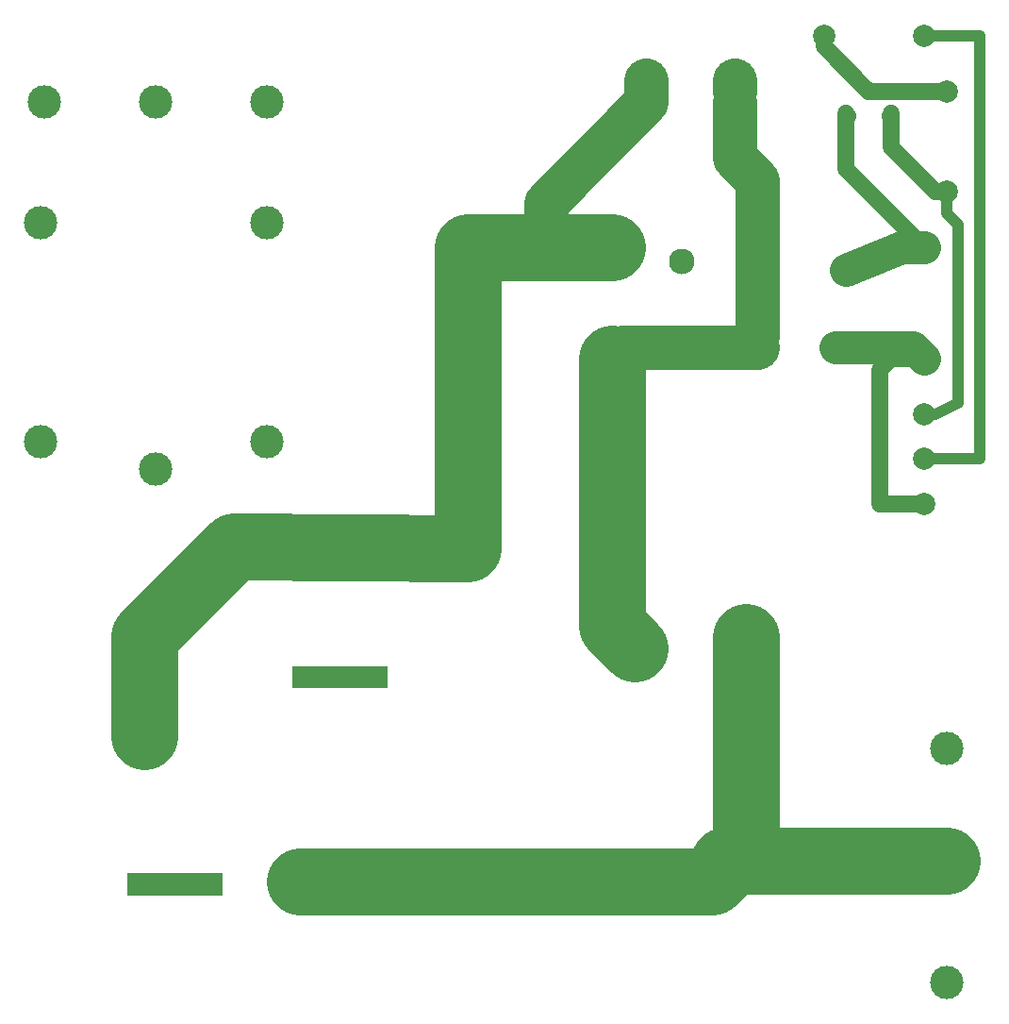
<source format=gtl>
G04 Layer: TopLayer*
G04 EasyEDA v6.4.23, 2021-09-03T20:20:49+02:00*
G04 56e5470889644eeea0650e3736ad501c,9749f264c22c4078942e6e06db5db619,10*
G04 Gerber Generator version 0.2*
G04 Scale: 100 percent, Rotated: No, Reflected: No *
G04 Dimensions in millimeters *
G04 leading zeros omitted , absolute positions ,4 integer and 5 decimal *
%FSLAX45Y45*%
%MOMM*%

%ADD11C,4.0000*%
%ADD12C,6.0000*%
%ADD13C,3.0000*%
%ADD14C,1.5000*%
%ADD15C,1.0000*%
%ADD18C,3.5000*%
%ADD19C,1.8796*%
%ADD20C,2.3000*%
%ADD21C,1.5240*%
%ADD22C,2.0000*%

%LPD*%
D11*
X6900001Y9299999D02*
G01*
X6900001Y9100002D01*
X6000000Y8200001D01*
X6000000Y7699999D01*
X6599999Y7699999D01*
X7700009Y9100058D02*
G01*
X7700009Y8599931D01*
X7899908Y8400034D01*
X7899908Y6999986D01*
X7699999Y9199999D02*
G01*
X7699999Y9299999D01*
D12*
X3797503Y2112101D02*
G01*
X7497495Y2112101D01*
X7797495Y2412095D01*
X7799999Y4299999D01*
D13*
X8700000Y7600000D02*
G01*
X9199999Y7799999D01*
X9400001Y7799999D01*
X8600000Y6900001D02*
G01*
X9299999Y6900001D01*
X9400001Y6799999D01*
D14*
X8500000Y9700000D02*
G01*
X8500000Y9599998D01*
X8899999Y9199999D01*
X9600001Y9199999D01*
X9100058Y8999981D02*
G01*
X9100058Y8700008D01*
X9500108Y8299958D01*
X9599929Y8299958D01*
X8700008Y8999981D02*
G01*
X8700008Y8500110D01*
X9400031Y7800086D01*
X9400031Y6800087D02*
G01*
X9100058Y6800087D01*
X8999981Y6700012D01*
X8999981Y5500115D01*
X9400001Y5499999D01*
D15*
X9400001Y9700000D02*
G01*
X9900000Y9700000D01*
X9900000Y5900000D01*
X9400001Y5900000D01*
X9599929Y8299958D02*
G01*
X9599929Y8100060D01*
X9700006Y7999984D01*
X9700006Y6400037D01*
X9500001Y6300000D01*
D12*
X2397506Y3411981D02*
G01*
X2397506Y4311904D01*
X3197352Y5112004D01*
X5299999Y5099999D01*
X5299999Y7799999D01*
X5299999Y7799999D02*
G01*
X6599999Y7799999D01*
D11*
X6699999Y6900001D02*
G01*
X7899999Y6900001D01*
D12*
X6599999Y6799999D02*
G01*
X6599999Y4399998D01*
X6799999Y4199999D01*
X7600000Y2300000D02*
G01*
X9600001Y2300000D01*
G36*
X3728374Y4042133D02*
G01*
X3728374Y3842133D01*
X4578360Y3842133D01*
X4578360Y4042133D01*
G37*
G36*
X3728069Y2182446D02*
G01*
X3728069Y1982447D01*
X4578055Y1982447D01*
X4578055Y2182446D01*
G37*
G36*
X2248214Y2182065D02*
G01*
X2248214Y1982066D01*
X3098200Y1982066D01*
X3098200Y2182065D01*
G37*
G36*
X2541635Y4220466D02*
G01*
X2341636Y4220466D01*
X2341636Y3370480D01*
X2541635Y3370480D01*
G37*
D18*
G01*
X6800011Y4199991D03*
G01*
X7800009Y4199991D03*
D19*
G01*
X6919010Y9100007D03*
G01*
X7681010Y9100007D03*
D20*
G01*
X6525006Y7675041D03*
G01*
X7225029Y7675041D03*
G01*
X6875018Y6924979D03*
G01*
X8875013Y7675041D03*
G01*
X8875013Y6924979D03*
D19*
G01*
X9412706Y7816595D03*
G01*
X9412706Y6766610D03*
D21*
G01*
X8709507Y8974607D03*
G01*
X8900007Y9215907D03*
G01*
X9090507Y8974607D03*
D22*
G01*
X8500008Y9700005D03*
G01*
X9400006Y9700005D03*
G01*
X9600006Y9200006D03*
G01*
X9600006Y8300008D03*
D13*
G01*
X1467510Y8021091D03*
G01*
X1467510Y6051092D03*
G01*
X3497503Y8021091D03*
G01*
X3497503Y6051092D03*
G01*
X2497505Y5812104D03*
D22*
G01*
X9400006Y5499988D03*
G01*
X9400006Y5899988D03*
G01*
X9400006Y6299987D03*
D13*
G01*
X9600006Y3299993D03*
G01*
X9600006Y2299995D03*
G01*
X1499996Y9100007D03*
G01*
X3499993Y9100007D03*
G01*
X2499995Y9100007D03*
G01*
X9600006Y1199997D03*
M02*

</source>
